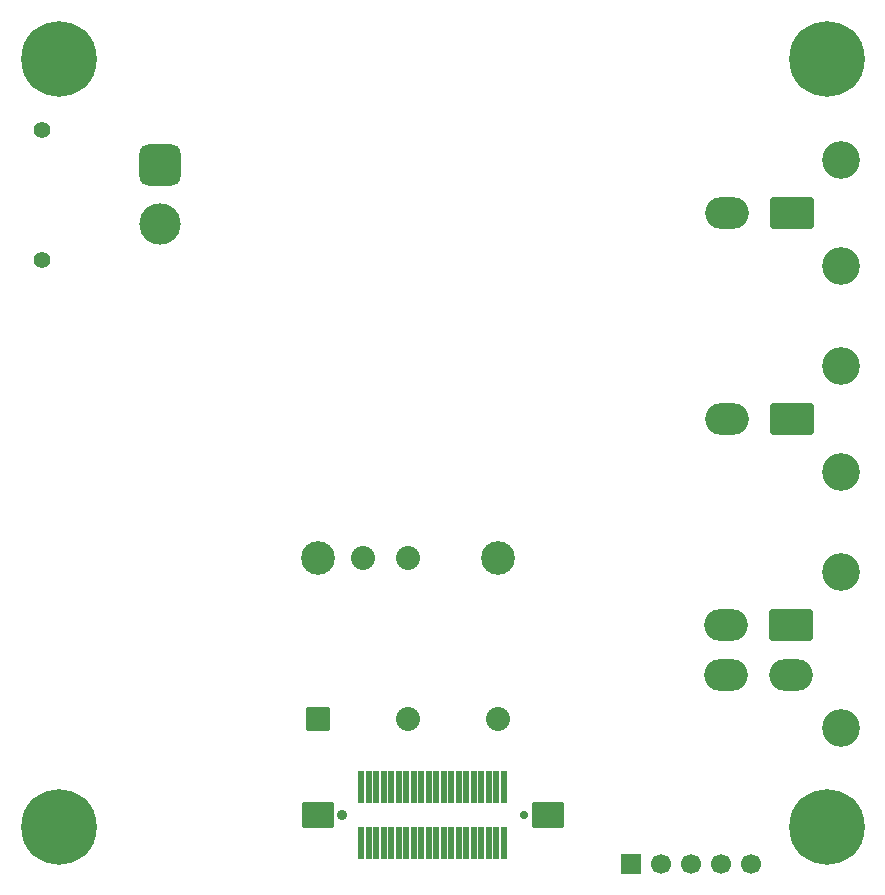
<source format=gbr>
%TF.GenerationSoftware,KiCad,Pcbnew,9.0.5*%
%TF.CreationDate,2025-12-29T18:05:57-08:00*%
%TF.ProjectId,vrb,7672622e-6b69-4636-9164-5f7063625858,rev?*%
%TF.SameCoordinates,Original*%
%TF.FileFunction,Soldermask,Bot*%
%TF.FilePolarity,Negative*%
%FSLAX46Y46*%
G04 Gerber Fmt 4.6, Leading zero omitted, Abs format (unit mm)*
G04 Created by KiCad (PCBNEW 9.0.5) date 2025-12-29 18:05:57*
%MOMM*%
%LPD*%
G01*
G04 APERTURE LIST*
G04 Aperture macros list*
%AMRoundRect*
0 Rectangle with rounded corners*
0 $1 Rounding radius*
0 $2 $3 $4 $5 $6 $7 $8 $9 X,Y pos of 4 corners*
0 Add a 4 corners polygon primitive as box body*
4,1,4,$2,$3,$4,$5,$6,$7,$8,$9,$2,$3,0*
0 Add four circle primitives for the rounded corners*
1,1,$1+$1,$2,$3*
1,1,$1+$1,$4,$5*
1,1,$1+$1,$6,$7*
1,1,$1+$1,$8,$9*
0 Add four rect primitives between the rounded corners*
20,1,$1+$1,$2,$3,$4,$5,0*
20,1,$1+$1,$4,$5,$6,$7,0*
20,1,$1+$1,$6,$7,$8,$9,0*
20,1,$1+$1,$8,$9,$2,$3,0*%
G04 Aperture macros list end*
%ADD10C,3.600000*%
%ADD11C,6.400000*%
%ADD12C,3.200000*%
%ADD13RoundRect,0.250001X-1.599999X1.099999X-1.599999X-1.099999X1.599999X-1.099999X1.599999X1.099999X0*%
%ADD14O,3.700000X2.700000*%
%ADD15R,1.700000X1.700000*%
%ADD16C,1.700000*%
%ADD17RoundRect,0.102000X0.915000X-0.915000X0.915000X0.915000X-0.915000X0.915000X-0.915000X-0.915000X0*%
%ADD18C,2.034000*%
%ADD19C,2.859000*%
%ADD20C,1.400000*%
%ADD21RoundRect,0.770000X0.980000X-0.980000X0.980000X0.980000X-0.980000X0.980000X-0.980000X-0.980000X0*%
%ADD22C,3.500000*%
%ADD23C,0.889000*%
%ADD24C,0.711200*%
%ADD25RoundRect,0.102000X-0.175000X-1.250000X0.175000X-1.250000X0.175000X1.250000X-0.175000X1.250000X0*%
%ADD26RoundRect,0.102000X-1.250000X-1.000000X1.250000X-1.000000X1.250000X1.000000X-1.250000X1.000000X0*%
G04 APERTURE END LIST*
D10*
%TO.C,H3*%
X143000000Y-130000000D03*
D11*
X143000000Y-130000000D03*
%TD*%
D12*
%TO.C,J4*%
X144250000Y-73500000D03*
X144250000Y-82500000D03*
D13*
X140050000Y-78000000D03*
D14*
X134550000Y-78000000D03*
%TD*%
D12*
%TO.C,J10*%
X144200000Y-108400000D03*
X144200000Y-121600000D03*
D13*
X140000000Y-112900000D03*
D14*
X140000000Y-117100000D03*
X134500000Y-112900000D03*
X134500000Y-117100000D03*
%TD*%
D10*
%TO.C,H1*%
X78000000Y-65000000D03*
D11*
X78000000Y-65000000D03*
%TD*%
D12*
%TO.C,J3*%
X144250000Y-90950000D03*
X144250000Y-99950000D03*
D13*
X140050000Y-95450000D03*
D14*
X134550000Y-95450000D03*
%TD*%
D15*
%TO.C,J8*%
X126420000Y-133100000D03*
D16*
X128960000Y-133100000D03*
X131500000Y-133100000D03*
X134040000Y-133100000D03*
X136580000Y-133100000D03*
%TD*%
D10*
%TO.C,H2*%
X143000000Y-65000000D03*
D11*
X143000000Y-65000000D03*
%TD*%
D17*
%TO.C,U12*%
X99931474Y-120850000D03*
D18*
X107551474Y-120850000D03*
X115171474Y-120850000D03*
D19*
X115171474Y-107250000D03*
D18*
X107551474Y-107250000D03*
X103741474Y-107250000D03*
D19*
X99931474Y-107250000D03*
%TD*%
D20*
%TO.C,J11*%
X76600000Y-81976750D03*
X76600000Y-70976750D03*
D21*
X86600000Y-73976750D03*
D22*
X86600000Y-78976750D03*
%TD*%
D10*
%TO.C,H4*%
X78000000Y-130000000D03*
D11*
X78000000Y-130000000D03*
%TD*%
D23*
%TO.C,J12*%
X101954910Y-129000000D03*
D24*
X117347310Y-129000000D03*
D25*
X103618610Y-126650000D03*
X104253610Y-126650000D03*
X104888610Y-126650000D03*
X105523610Y-126650000D03*
X106158610Y-126650000D03*
X106793610Y-126650000D03*
X107428610Y-126650000D03*
X108063610Y-126650000D03*
X108698610Y-126650000D03*
X109333610Y-126650000D03*
X109968610Y-126650000D03*
X110603610Y-126650000D03*
X111238610Y-126650000D03*
X111873610Y-126650000D03*
X112508610Y-126650000D03*
X113143610Y-126650000D03*
X113778610Y-126650000D03*
X114413610Y-126650000D03*
X115048610Y-126650000D03*
X115683610Y-126650000D03*
X103618610Y-131350000D03*
X104253610Y-131350000D03*
X104888610Y-131350000D03*
X105523610Y-131350000D03*
X106158610Y-131350000D03*
X106793610Y-131350000D03*
X107428610Y-131350000D03*
X108063610Y-131350000D03*
X108698610Y-131350000D03*
X109333610Y-131350000D03*
X109968610Y-131350000D03*
X110603610Y-131350000D03*
X111238610Y-131350000D03*
X111873610Y-131350000D03*
X112508610Y-131350000D03*
X113143610Y-131350000D03*
X113778610Y-131350000D03*
X114413610Y-131350000D03*
X115048610Y-131350000D03*
X115683610Y-131350000D03*
D26*
X99916130Y-129000000D03*
X119386090Y-129000000D03*
%TD*%
M02*

</source>
